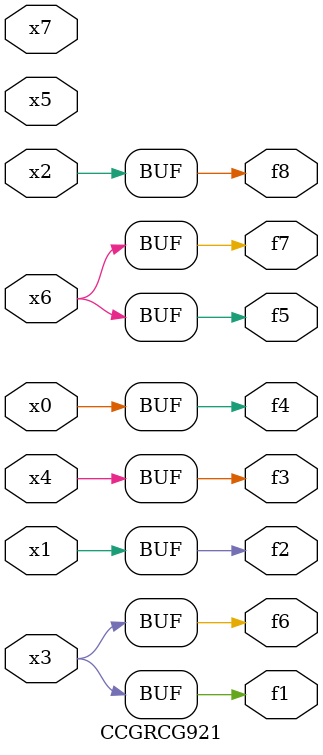
<source format=v>
module CCGRCG921(
	input x0, x1, x2, x3, x4, x5, x6, x7,
	output f1, f2, f3, f4, f5, f6, f7, f8
);
	assign f1 = x3;
	assign f2 = x1;
	assign f3 = x4;
	assign f4 = x0;
	assign f5 = x6;
	assign f6 = x3;
	assign f7 = x6;
	assign f8 = x2;
endmodule

</source>
